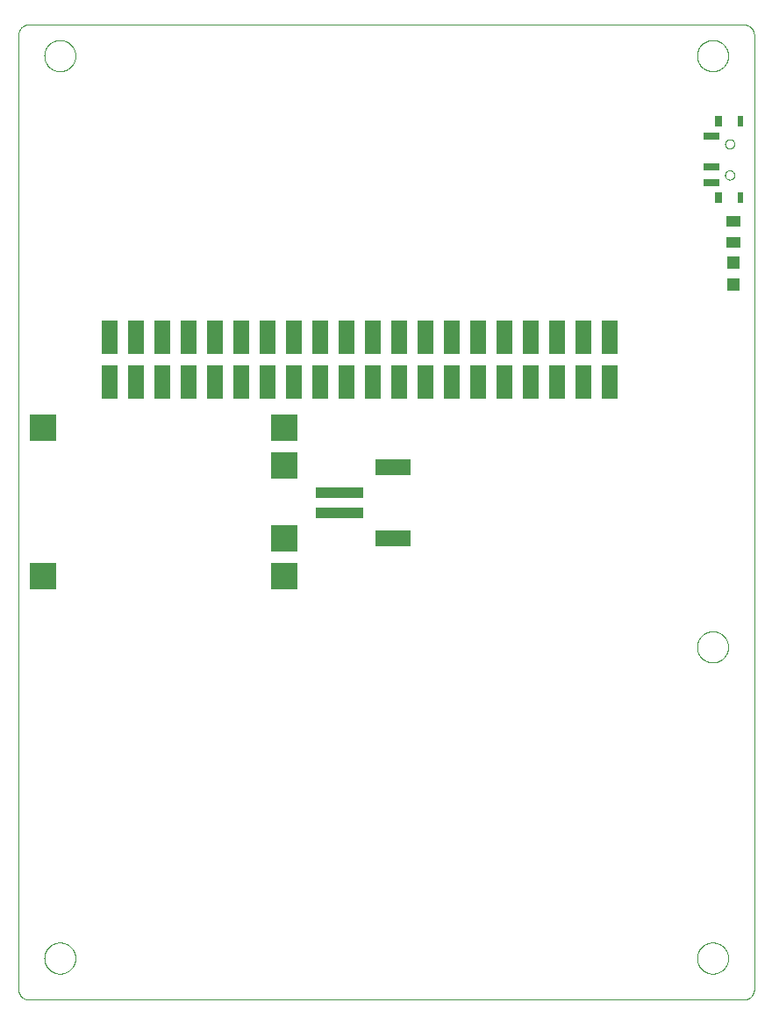
<source format=gbp>
G75*
%MOIN*%
%OFA0B0*%
%FSLAX25Y25*%
%IPPOS*%
%LPD*%
%AMOC8*
5,1,8,0,0,1.08239X$1,22.5*
%
%ADD10C,0.00000*%
%ADD11R,0.06000X0.13000*%
%ADD12R,0.10000X0.10000*%
%ADD13R,0.05512X0.04331*%
%ADD14R,0.04724X0.04724*%
%ADD15R,0.05906X0.02756*%
%ADD16R,0.02362X0.03937*%
%ADD17R,0.03150X0.03937*%
%ADD18R,0.18110X0.03937*%
%ADD19R,0.13386X0.06299*%
D10*
X0003248Y0006189D02*
X0003248Y0368394D01*
X0003250Y0368518D01*
X0003256Y0368641D01*
X0003265Y0368765D01*
X0003279Y0368887D01*
X0003296Y0369010D01*
X0003318Y0369132D01*
X0003343Y0369253D01*
X0003372Y0369373D01*
X0003404Y0369492D01*
X0003441Y0369611D01*
X0003481Y0369728D01*
X0003524Y0369843D01*
X0003572Y0369958D01*
X0003623Y0370070D01*
X0003677Y0370181D01*
X0003735Y0370291D01*
X0003796Y0370398D01*
X0003861Y0370504D01*
X0003929Y0370607D01*
X0004000Y0370708D01*
X0004074Y0370807D01*
X0004151Y0370904D01*
X0004232Y0370998D01*
X0004315Y0371089D01*
X0004401Y0371178D01*
X0004490Y0371264D01*
X0004581Y0371347D01*
X0004675Y0371428D01*
X0004772Y0371505D01*
X0004871Y0371579D01*
X0004972Y0371650D01*
X0005075Y0371718D01*
X0005181Y0371783D01*
X0005288Y0371844D01*
X0005398Y0371902D01*
X0005509Y0371956D01*
X0005621Y0372007D01*
X0005736Y0372055D01*
X0005851Y0372098D01*
X0005968Y0372138D01*
X0006087Y0372175D01*
X0006206Y0372207D01*
X0006326Y0372236D01*
X0006447Y0372261D01*
X0006569Y0372283D01*
X0006692Y0372300D01*
X0006814Y0372314D01*
X0006938Y0372323D01*
X0007061Y0372329D01*
X0007185Y0372331D01*
X0278839Y0372331D01*
X0278963Y0372329D01*
X0279086Y0372323D01*
X0279210Y0372314D01*
X0279332Y0372300D01*
X0279455Y0372283D01*
X0279577Y0372261D01*
X0279698Y0372236D01*
X0279818Y0372207D01*
X0279937Y0372175D01*
X0280056Y0372138D01*
X0280173Y0372098D01*
X0280288Y0372055D01*
X0280403Y0372007D01*
X0280515Y0371956D01*
X0280626Y0371902D01*
X0280736Y0371844D01*
X0280843Y0371783D01*
X0280949Y0371718D01*
X0281052Y0371650D01*
X0281153Y0371579D01*
X0281252Y0371505D01*
X0281349Y0371428D01*
X0281443Y0371347D01*
X0281534Y0371264D01*
X0281623Y0371178D01*
X0281709Y0371089D01*
X0281792Y0370998D01*
X0281873Y0370904D01*
X0281950Y0370807D01*
X0282024Y0370708D01*
X0282095Y0370607D01*
X0282163Y0370504D01*
X0282228Y0370398D01*
X0282289Y0370291D01*
X0282347Y0370181D01*
X0282401Y0370070D01*
X0282452Y0369958D01*
X0282500Y0369843D01*
X0282543Y0369728D01*
X0282583Y0369611D01*
X0282620Y0369492D01*
X0282652Y0369373D01*
X0282681Y0369253D01*
X0282706Y0369132D01*
X0282728Y0369010D01*
X0282745Y0368887D01*
X0282759Y0368765D01*
X0282768Y0368641D01*
X0282774Y0368518D01*
X0282776Y0368394D01*
X0282776Y0006189D01*
X0282774Y0006065D01*
X0282768Y0005942D01*
X0282759Y0005818D01*
X0282745Y0005696D01*
X0282728Y0005573D01*
X0282706Y0005451D01*
X0282681Y0005330D01*
X0282652Y0005210D01*
X0282620Y0005091D01*
X0282583Y0004972D01*
X0282543Y0004855D01*
X0282500Y0004740D01*
X0282452Y0004625D01*
X0282401Y0004513D01*
X0282347Y0004402D01*
X0282289Y0004292D01*
X0282228Y0004185D01*
X0282163Y0004079D01*
X0282095Y0003976D01*
X0282024Y0003875D01*
X0281950Y0003776D01*
X0281873Y0003679D01*
X0281792Y0003585D01*
X0281709Y0003494D01*
X0281623Y0003405D01*
X0281534Y0003319D01*
X0281443Y0003236D01*
X0281349Y0003155D01*
X0281252Y0003078D01*
X0281153Y0003004D01*
X0281052Y0002933D01*
X0280949Y0002865D01*
X0280843Y0002800D01*
X0280736Y0002739D01*
X0280626Y0002681D01*
X0280515Y0002627D01*
X0280403Y0002576D01*
X0280288Y0002528D01*
X0280173Y0002485D01*
X0280056Y0002445D01*
X0279937Y0002408D01*
X0279818Y0002376D01*
X0279698Y0002347D01*
X0279577Y0002322D01*
X0279455Y0002300D01*
X0279332Y0002283D01*
X0279210Y0002269D01*
X0279086Y0002260D01*
X0278963Y0002254D01*
X0278839Y0002252D01*
X0007185Y0002252D01*
X0007061Y0002254D01*
X0006938Y0002260D01*
X0006814Y0002269D01*
X0006692Y0002283D01*
X0006569Y0002300D01*
X0006447Y0002322D01*
X0006326Y0002347D01*
X0006206Y0002376D01*
X0006087Y0002408D01*
X0005968Y0002445D01*
X0005851Y0002485D01*
X0005736Y0002528D01*
X0005621Y0002576D01*
X0005509Y0002627D01*
X0005398Y0002681D01*
X0005288Y0002739D01*
X0005181Y0002800D01*
X0005075Y0002865D01*
X0004972Y0002933D01*
X0004871Y0003004D01*
X0004772Y0003078D01*
X0004675Y0003155D01*
X0004581Y0003236D01*
X0004490Y0003319D01*
X0004401Y0003405D01*
X0004315Y0003494D01*
X0004232Y0003585D01*
X0004151Y0003679D01*
X0004074Y0003776D01*
X0004000Y0003875D01*
X0003929Y0003976D01*
X0003861Y0004079D01*
X0003796Y0004185D01*
X0003735Y0004292D01*
X0003677Y0004402D01*
X0003623Y0004513D01*
X0003572Y0004625D01*
X0003524Y0004740D01*
X0003481Y0004855D01*
X0003441Y0004972D01*
X0003404Y0005091D01*
X0003372Y0005210D01*
X0003343Y0005330D01*
X0003318Y0005451D01*
X0003296Y0005573D01*
X0003279Y0005696D01*
X0003265Y0005818D01*
X0003256Y0005942D01*
X0003250Y0006065D01*
X0003248Y0006189D01*
X0013090Y0018000D02*
X0013092Y0018153D01*
X0013098Y0018307D01*
X0013108Y0018460D01*
X0013122Y0018612D01*
X0013140Y0018765D01*
X0013162Y0018916D01*
X0013187Y0019067D01*
X0013217Y0019218D01*
X0013251Y0019368D01*
X0013288Y0019516D01*
X0013329Y0019664D01*
X0013374Y0019810D01*
X0013423Y0019956D01*
X0013476Y0020100D01*
X0013532Y0020242D01*
X0013592Y0020383D01*
X0013656Y0020523D01*
X0013723Y0020661D01*
X0013794Y0020797D01*
X0013869Y0020931D01*
X0013946Y0021063D01*
X0014028Y0021193D01*
X0014112Y0021321D01*
X0014200Y0021447D01*
X0014291Y0021570D01*
X0014385Y0021691D01*
X0014483Y0021809D01*
X0014583Y0021925D01*
X0014687Y0022038D01*
X0014793Y0022149D01*
X0014902Y0022257D01*
X0015014Y0022362D01*
X0015128Y0022463D01*
X0015246Y0022562D01*
X0015365Y0022658D01*
X0015487Y0022751D01*
X0015612Y0022840D01*
X0015739Y0022927D01*
X0015868Y0023009D01*
X0015999Y0023089D01*
X0016132Y0023165D01*
X0016267Y0023238D01*
X0016404Y0023307D01*
X0016543Y0023372D01*
X0016683Y0023434D01*
X0016825Y0023492D01*
X0016968Y0023547D01*
X0017113Y0023598D01*
X0017259Y0023645D01*
X0017406Y0023688D01*
X0017554Y0023727D01*
X0017703Y0023763D01*
X0017853Y0023794D01*
X0018004Y0023822D01*
X0018155Y0023846D01*
X0018308Y0023866D01*
X0018460Y0023882D01*
X0018613Y0023894D01*
X0018766Y0023902D01*
X0018919Y0023906D01*
X0019073Y0023906D01*
X0019226Y0023902D01*
X0019379Y0023894D01*
X0019532Y0023882D01*
X0019684Y0023866D01*
X0019837Y0023846D01*
X0019988Y0023822D01*
X0020139Y0023794D01*
X0020289Y0023763D01*
X0020438Y0023727D01*
X0020586Y0023688D01*
X0020733Y0023645D01*
X0020879Y0023598D01*
X0021024Y0023547D01*
X0021167Y0023492D01*
X0021309Y0023434D01*
X0021449Y0023372D01*
X0021588Y0023307D01*
X0021725Y0023238D01*
X0021860Y0023165D01*
X0021993Y0023089D01*
X0022124Y0023009D01*
X0022253Y0022927D01*
X0022380Y0022840D01*
X0022505Y0022751D01*
X0022627Y0022658D01*
X0022746Y0022562D01*
X0022864Y0022463D01*
X0022978Y0022362D01*
X0023090Y0022257D01*
X0023199Y0022149D01*
X0023305Y0022038D01*
X0023409Y0021925D01*
X0023509Y0021809D01*
X0023607Y0021691D01*
X0023701Y0021570D01*
X0023792Y0021447D01*
X0023880Y0021321D01*
X0023964Y0021193D01*
X0024046Y0021063D01*
X0024123Y0020931D01*
X0024198Y0020797D01*
X0024269Y0020661D01*
X0024336Y0020523D01*
X0024400Y0020383D01*
X0024460Y0020242D01*
X0024516Y0020100D01*
X0024569Y0019956D01*
X0024618Y0019810D01*
X0024663Y0019664D01*
X0024704Y0019516D01*
X0024741Y0019368D01*
X0024775Y0019218D01*
X0024805Y0019067D01*
X0024830Y0018916D01*
X0024852Y0018765D01*
X0024870Y0018612D01*
X0024884Y0018460D01*
X0024894Y0018307D01*
X0024900Y0018153D01*
X0024902Y0018000D01*
X0024900Y0017847D01*
X0024894Y0017693D01*
X0024884Y0017540D01*
X0024870Y0017388D01*
X0024852Y0017235D01*
X0024830Y0017084D01*
X0024805Y0016933D01*
X0024775Y0016782D01*
X0024741Y0016632D01*
X0024704Y0016484D01*
X0024663Y0016336D01*
X0024618Y0016190D01*
X0024569Y0016044D01*
X0024516Y0015900D01*
X0024460Y0015758D01*
X0024400Y0015617D01*
X0024336Y0015477D01*
X0024269Y0015339D01*
X0024198Y0015203D01*
X0024123Y0015069D01*
X0024046Y0014937D01*
X0023964Y0014807D01*
X0023880Y0014679D01*
X0023792Y0014553D01*
X0023701Y0014430D01*
X0023607Y0014309D01*
X0023509Y0014191D01*
X0023409Y0014075D01*
X0023305Y0013962D01*
X0023199Y0013851D01*
X0023090Y0013743D01*
X0022978Y0013638D01*
X0022864Y0013537D01*
X0022746Y0013438D01*
X0022627Y0013342D01*
X0022505Y0013249D01*
X0022380Y0013160D01*
X0022253Y0013073D01*
X0022124Y0012991D01*
X0021993Y0012911D01*
X0021860Y0012835D01*
X0021725Y0012762D01*
X0021588Y0012693D01*
X0021449Y0012628D01*
X0021309Y0012566D01*
X0021167Y0012508D01*
X0021024Y0012453D01*
X0020879Y0012402D01*
X0020733Y0012355D01*
X0020586Y0012312D01*
X0020438Y0012273D01*
X0020289Y0012237D01*
X0020139Y0012206D01*
X0019988Y0012178D01*
X0019837Y0012154D01*
X0019684Y0012134D01*
X0019532Y0012118D01*
X0019379Y0012106D01*
X0019226Y0012098D01*
X0019073Y0012094D01*
X0018919Y0012094D01*
X0018766Y0012098D01*
X0018613Y0012106D01*
X0018460Y0012118D01*
X0018308Y0012134D01*
X0018155Y0012154D01*
X0018004Y0012178D01*
X0017853Y0012206D01*
X0017703Y0012237D01*
X0017554Y0012273D01*
X0017406Y0012312D01*
X0017259Y0012355D01*
X0017113Y0012402D01*
X0016968Y0012453D01*
X0016825Y0012508D01*
X0016683Y0012566D01*
X0016543Y0012628D01*
X0016404Y0012693D01*
X0016267Y0012762D01*
X0016132Y0012835D01*
X0015999Y0012911D01*
X0015868Y0012991D01*
X0015739Y0013073D01*
X0015612Y0013160D01*
X0015487Y0013249D01*
X0015365Y0013342D01*
X0015246Y0013438D01*
X0015128Y0013537D01*
X0015014Y0013638D01*
X0014902Y0013743D01*
X0014793Y0013851D01*
X0014687Y0013962D01*
X0014583Y0014075D01*
X0014483Y0014191D01*
X0014385Y0014309D01*
X0014291Y0014430D01*
X0014200Y0014553D01*
X0014112Y0014679D01*
X0014028Y0014807D01*
X0013946Y0014937D01*
X0013869Y0015069D01*
X0013794Y0015203D01*
X0013723Y0015339D01*
X0013656Y0015477D01*
X0013592Y0015617D01*
X0013532Y0015758D01*
X0013476Y0015900D01*
X0013423Y0016044D01*
X0013374Y0016190D01*
X0013329Y0016336D01*
X0013288Y0016484D01*
X0013251Y0016632D01*
X0013217Y0016782D01*
X0013187Y0016933D01*
X0013162Y0017084D01*
X0013140Y0017235D01*
X0013122Y0017388D01*
X0013108Y0017540D01*
X0013098Y0017693D01*
X0013092Y0017847D01*
X0013090Y0018000D01*
X0261122Y0018000D02*
X0261124Y0018153D01*
X0261130Y0018307D01*
X0261140Y0018460D01*
X0261154Y0018612D01*
X0261172Y0018765D01*
X0261194Y0018916D01*
X0261219Y0019067D01*
X0261249Y0019218D01*
X0261283Y0019368D01*
X0261320Y0019516D01*
X0261361Y0019664D01*
X0261406Y0019810D01*
X0261455Y0019956D01*
X0261508Y0020100D01*
X0261564Y0020242D01*
X0261624Y0020383D01*
X0261688Y0020523D01*
X0261755Y0020661D01*
X0261826Y0020797D01*
X0261901Y0020931D01*
X0261978Y0021063D01*
X0262060Y0021193D01*
X0262144Y0021321D01*
X0262232Y0021447D01*
X0262323Y0021570D01*
X0262417Y0021691D01*
X0262515Y0021809D01*
X0262615Y0021925D01*
X0262719Y0022038D01*
X0262825Y0022149D01*
X0262934Y0022257D01*
X0263046Y0022362D01*
X0263160Y0022463D01*
X0263278Y0022562D01*
X0263397Y0022658D01*
X0263519Y0022751D01*
X0263644Y0022840D01*
X0263771Y0022927D01*
X0263900Y0023009D01*
X0264031Y0023089D01*
X0264164Y0023165D01*
X0264299Y0023238D01*
X0264436Y0023307D01*
X0264575Y0023372D01*
X0264715Y0023434D01*
X0264857Y0023492D01*
X0265000Y0023547D01*
X0265145Y0023598D01*
X0265291Y0023645D01*
X0265438Y0023688D01*
X0265586Y0023727D01*
X0265735Y0023763D01*
X0265885Y0023794D01*
X0266036Y0023822D01*
X0266187Y0023846D01*
X0266340Y0023866D01*
X0266492Y0023882D01*
X0266645Y0023894D01*
X0266798Y0023902D01*
X0266951Y0023906D01*
X0267105Y0023906D01*
X0267258Y0023902D01*
X0267411Y0023894D01*
X0267564Y0023882D01*
X0267716Y0023866D01*
X0267869Y0023846D01*
X0268020Y0023822D01*
X0268171Y0023794D01*
X0268321Y0023763D01*
X0268470Y0023727D01*
X0268618Y0023688D01*
X0268765Y0023645D01*
X0268911Y0023598D01*
X0269056Y0023547D01*
X0269199Y0023492D01*
X0269341Y0023434D01*
X0269481Y0023372D01*
X0269620Y0023307D01*
X0269757Y0023238D01*
X0269892Y0023165D01*
X0270025Y0023089D01*
X0270156Y0023009D01*
X0270285Y0022927D01*
X0270412Y0022840D01*
X0270537Y0022751D01*
X0270659Y0022658D01*
X0270778Y0022562D01*
X0270896Y0022463D01*
X0271010Y0022362D01*
X0271122Y0022257D01*
X0271231Y0022149D01*
X0271337Y0022038D01*
X0271441Y0021925D01*
X0271541Y0021809D01*
X0271639Y0021691D01*
X0271733Y0021570D01*
X0271824Y0021447D01*
X0271912Y0021321D01*
X0271996Y0021193D01*
X0272078Y0021063D01*
X0272155Y0020931D01*
X0272230Y0020797D01*
X0272301Y0020661D01*
X0272368Y0020523D01*
X0272432Y0020383D01*
X0272492Y0020242D01*
X0272548Y0020100D01*
X0272601Y0019956D01*
X0272650Y0019810D01*
X0272695Y0019664D01*
X0272736Y0019516D01*
X0272773Y0019368D01*
X0272807Y0019218D01*
X0272837Y0019067D01*
X0272862Y0018916D01*
X0272884Y0018765D01*
X0272902Y0018612D01*
X0272916Y0018460D01*
X0272926Y0018307D01*
X0272932Y0018153D01*
X0272934Y0018000D01*
X0272932Y0017847D01*
X0272926Y0017693D01*
X0272916Y0017540D01*
X0272902Y0017388D01*
X0272884Y0017235D01*
X0272862Y0017084D01*
X0272837Y0016933D01*
X0272807Y0016782D01*
X0272773Y0016632D01*
X0272736Y0016484D01*
X0272695Y0016336D01*
X0272650Y0016190D01*
X0272601Y0016044D01*
X0272548Y0015900D01*
X0272492Y0015758D01*
X0272432Y0015617D01*
X0272368Y0015477D01*
X0272301Y0015339D01*
X0272230Y0015203D01*
X0272155Y0015069D01*
X0272078Y0014937D01*
X0271996Y0014807D01*
X0271912Y0014679D01*
X0271824Y0014553D01*
X0271733Y0014430D01*
X0271639Y0014309D01*
X0271541Y0014191D01*
X0271441Y0014075D01*
X0271337Y0013962D01*
X0271231Y0013851D01*
X0271122Y0013743D01*
X0271010Y0013638D01*
X0270896Y0013537D01*
X0270778Y0013438D01*
X0270659Y0013342D01*
X0270537Y0013249D01*
X0270412Y0013160D01*
X0270285Y0013073D01*
X0270156Y0012991D01*
X0270025Y0012911D01*
X0269892Y0012835D01*
X0269757Y0012762D01*
X0269620Y0012693D01*
X0269481Y0012628D01*
X0269341Y0012566D01*
X0269199Y0012508D01*
X0269056Y0012453D01*
X0268911Y0012402D01*
X0268765Y0012355D01*
X0268618Y0012312D01*
X0268470Y0012273D01*
X0268321Y0012237D01*
X0268171Y0012206D01*
X0268020Y0012178D01*
X0267869Y0012154D01*
X0267716Y0012134D01*
X0267564Y0012118D01*
X0267411Y0012106D01*
X0267258Y0012098D01*
X0267105Y0012094D01*
X0266951Y0012094D01*
X0266798Y0012098D01*
X0266645Y0012106D01*
X0266492Y0012118D01*
X0266340Y0012134D01*
X0266187Y0012154D01*
X0266036Y0012178D01*
X0265885Y0012206D01*
X0265735Y0012237D01*
X0265586Y0012273D01*
X0265438Y0012312D01*
X0265291Y0012355D01*
X0265145Y0012402D01*
X0265000Y0012453D01*
X0264857Y0012508D01*
X0264715Y0012566D01*
X0264575Y0012628D01*
X0264436Y0012693D01*
X0264299Y0012762D01*
X0264164Y0012835D01*
X0264031Y0012911D01*
X0263900Y0012991D01*
X0263771Y0013073D01*
X0263644Y0013160D01*
X0263519Y0013249D01*
X0263397Y0013342D01*
X0263278Y0013438D01*
X0263160Y0013537D01*
X0263046Y0013638D01*
X0262934Y0013743D01*
X0262825Y0013851D01*
X0262719Y0013962D01*
X0262615Y0014075D01*
X0262515Y0014191D01*
X0262417Y0014309D01*
X0262323Y0014430D01*
X0262232Y0014553D01*
X0262144Y0014679D01*
X0262060Y0014807D01*
X0261978Y0014937D01*
X0261901Y0015069D01*
X0261826Y0015203D01*
X0261755Y0015339D01*
X0261688Y0015477D01*
X0261624Y0015617D01*
X0261564Y0015758D01*
X0261508Y0015900D01*
X0261455Y0016044D01*
X0261406Y0016190D01*
X0261361Y0016336D01*
X0261320Y0016484D01*
X0261283Y0016632D01*
X0261249Y0016782D01*
X0261219Y0016933D01*
X0261194Y0017084D01*
X0261172Y0017235D01*
X0261154Y0017388D01*
X0261140Y0017540D01*
X0261130Y0017693D01*
X0261124Y0017847D01*
X0261122Y0018000D01*
X0261122Y0136110D02*
X0261124Y0136263D01*
X0261130Y0136417D01*
X0261140Y0136570D01*
X0261154Y0136722D01*
X0261172Y0136875D01*
X0261194Y0137026D01*
X0261219Y0137177D01*
X0261249Y0137328D01*
X0261283Y0137478D01*
X0261320Y0137626D01*
X0261361Y0137774D01*
X0261406Y0137920D01*
X0261455Y0138066D01*
X0261508Y0138210D01*
X0261564Y0138352D01*
X0261624Y0138493D01*
X0261688Y0138633D01*
X0261755Y0138771D01*
X0261826Y0138907D01*
X0261901Y0139041D01*
X0261978Y0139173D01*
X0262060Y0139303D01*
X0262144Y0139431D01*
X0262232Y0139557D01*
X0262323Y0139680D01*
X0262417Y0139801D01*
X0262515Y0139919D01*
X0262615Y0140035D01*
X0262719Y0140148D01*
X0262825Y0140259D01*
X0262934Y0140367D01*
X0263046Y0140472D01*
X0263160Y0140573D01*
X0263278Y0140672D01*
X0263397Y0140768D01*
X0263519Y0140861D01*
X0263644Y0140950D01*
X0263771Y0141037D01*
X0263900Y0141119D01*
X0264031Y0141199D01*
X0264164Y0141275D01*
X0264299Y0141348D01*
X0264436Y0141417D01*
X0264575Y0141482D01*
X0264715Y0141544D01*
X0264857Y0141602D01*
X0265000Y0141657D01*
X0265145Y0141708D01*
X0265291Y0141755D01*
X0265438Y0141798D01*
X0265586Y0141837D01*
X0265735Y0141873D01*
X0265885Y0141904D01*
X0266036Y0141932D01*
X0266187Y0141956D01*
X0266340Y0141976D01*
X0266492Y0141992D01*
X0266645Y0142004D01*
X0266798Y0142012D01*
X0266951Y0142016D01*
X0267105Y0142016D01*
X0267258Y0142012D01*
X0267411Y0142004D01*
X0267564Y0141992D01*
X0267716Y0141976D01*
X0267869Y0141956D01*
X0268020Y0141932D01*
X0268171Y0141904D01*
X0268321Y0141873D01*
X0268470Y0141837D01*
X0268618Y0141798D01*
X0268765Y0141755D01*
X0268911Y0141708D01*
X0269056Y0141657D01*
X0269199Y0141602D01*
X0269341Y0141544D01*
X0269481Y0141482D01*
X0269620Y0141417D01*
X0269757Y0141348D01*
X0269892Y0141275D01*
X0270025Y0141199D01*
X0270156Y0141119D01*
X0270285Y0141037D01*
X0270412Y0140950D01*
X0270537Y0140861D01*
X0270659Y0140768D01*
X0270778Y0140672D01*
X0270896Y0140573D01*
X0271010Y0140472D01*
X0271122Y0140367D01*
X0271231Y0140259D01*
X0271337Y0140148D01*
X0271441Y0140035D01*
X0271541Y0139919D01*
X0271639Y0139801D01*
X0271733Y0139680D01*
X0271824Y0139557D01*
X0271912Y0139431D01*
X0271996Y0139303D01*
X0272078Y0139173D01*
X0272155Y0139041D01*
X0272230Y0138907D01*
X0272301Y0138771D01*
X0272368Y0138633D01*
X0272432Y0138493D01*
X0272492Y0138352D01*
X0272548Y0138210D01*
X0272601Y0138066D01*
X0272650Y0137920D01*
X0272695Y0137774D01*
X0272736Y0137626D01*
X0272773Y0137478D01*
X0272807Y0137328D01*
X0272837Y0137177D01*
X0272862Y0137026D01*
X0272884Y0136875D01*
X0272902Y0136722D01*
X0272916Y0136570D01*
X0272926Y0136417D01*
X0272932Y0136263D01*
X0272934Y0136110D01*
X0272932Y0135957D01*
X0272926Y0135803D01*
X0272916Y0135650D01*
X0272902Y0135498D01*
X0272884Y0135345D01*
X0272862Y0135194D01*
X0272837Y0135043D01*
X0272807Y0134892D01*
X0272773Y0134742D01*
X0272736Y0134594D01*
X0272695Y0134446D01*
X0272650Y0134300D01*
X0272601Y0134154D01*
X0272548Y0134010D01*
X0272492Y0133868D01*
X0272432Y0133727D01*
X0272368Y0133587D01*
X0272301Y0133449D01*
X0272230Y0133313D01*
X0272155Y0133179D01*
X0272078Y0133047D01*
X0271996Y0132917D01*
X0271912Y0132789D01*
X0271824Y0132663D01*
X0271733Y0132540D01*
X0271639Y0132419D01*
X0271541Y0132301D01*
X0271441Y0132185D01*
X0271337Y0132072D01*
X0271231Y0131961D01*
X0271122Y0131853D01*
X0271010Y0131748D01*
X0270896Y0131647D01*
X0270778Y0131548D01*
X0270659Y0131452D01*
X0270537Y0131359D01*
X0270412Y0131270D01*
X0270285Y0131183D01*
X0270156Y0131101D01*
X0270025Y0131021D01*
X0269892Y0130945D01*
X0269757Y0130872D01*
X0269620Y0130803D01*
X0269481Y0130738D01*
X0269341Y0130676D01*
X0269199Y0130618D01*
X0269056Y0130563D01*
X0268911Y0130512D01*
X0268765Y0130465D01*
X0268618Y0130422D01*
X0268470Y0130383D01*
X0268321Y0130347D01*
X0268171Y0130316D01*
X0268020Y0130288D01*
X0267869Y0130264D01*
X0267716Y0130244D01*
X0267564Y0130228D01*
X0267411Y0130216D01*
X0267258Y0130208D01*
X0267105Y0130204D01*
X0266951Y0130204D01*
X0266798Y0130208D01*
X0266645Y0130216D01*
X0266492Y0130228D01*
X0266340Y0130244D01*
X0266187Y0130264D01*
X0266036Y0130288D01*
X0265885Y0130316D01*
X0265735Y0130347D01*
X0265586Y0130383D01*
X0265438Y0130422D01*
X0265291Y0130465D01*
X0265145Y0130512D01*
X0265000Y0130563D01*
X0264857Y0130618D01*
X0264715Y0130676D01*
X0264575Y0130738D01*
X0264436Y0130803D01*
X0264299Y0130872D01*
X0264164Y0130945D01*
X0264031Y0131021D01*
X0263900Y0131101D01*
X0263771Y0131183D01*
X0263644Y0131270D01*
X0263519Y0131359D01*
X0263397Y0131452D01*
X0263278Y0131548D01*
X0263160Y0131647D01*
X0263046Y0131748D01*
X0262934Y0131853D01*
X0262825Y0131961D01*
X0262719Y0132072D01*
X0262615Y0132185D01*
X0262515Y0132301D01*
X0262417Y0132419D01*
X0262323Y0132540D01*
X0262232Y0132663D01*
X0262144Y0132789D01*
X0262060Y0132917D01*
X0261978Y0133047D01*
X0261901Y0133179D01*
X0261826Y0133313D01*
X0261755Y0133449D01*
X0261688Y0133587D01*
X0261624Y0133727D01*
X0261564Y0133868D01*
X0261508Y0134010D01*
X0261455Y0134154D01*
X0261406Y0134300D01*
X0261361Y0134446D01*
X0261320Y0134594D01*
X0261283Y0134742D01*
X0261249Y0134892D01*
X0261219Y0135043D01*
X0261194Y0135194D01*
X0261172Y0135345D01*
X0261154Y0135498D01*
X0261140Y0135650D01*
X0261130Y0135803D01*
X0261124Y0135957D01*
X0261122Y0136110D01*
X0271752Y0315244D02*
X0271754Y0315328D01*
X0271760Y0315411D01*
X0271770Y0315494D01*
X0271784Y0315577D01*
X0271801Y0315659D01*
X0271823Y0315740D01*
X0271848Y0315819D01*
X0271877Y0315898D01*
X0271910Y0315975D01*
X0271946Y0316050D01*
X0271986Y0316124D01*
X0272029Y0316196D01*
X0272076Y0316265D01*
X0272126Y0316332D01*
X0272179Y0316397D01*
X0272235Y0316459D01*
X0272293Y0316519D01*
X0272355Y0316576D01*
X0272419Y0316629D01*
X0272486Y0316680D01*
X0272555Y0316727D01*
X0272626Y0316772D01*
X0272699Y0316812D01*
X0272774Y0316849D01*
X0272851Y0316883D01*
X0272929Y0316913D01*
X0273008Y0316939D01*
X0273089Y0316962D01*
X0273171Y0316980D01*
X0273253Y0316995D01*
X0273336Y0317006D01*
X0273419Y0317013D01*
X0273503Y0317016D01*
X0273587Y0317015D01*
X0273670Y0317010D01*
X0273754Y0317001D01*
X0273836Y0316988D01*
X0273918Y0316972D01*
X0273999Y0316951D01*
X0274080Y0316927D01*
X0274158Y0316899D01*
X0274236Y0316867D01*
X0274312Y0316831D01*
X0274386Y0316792D01*
X0274458Y0316750D01*
X0274528Y0316704D01*
X0274596Y0316655D01*
X0274661Y0316603D01*
X0274724Y0316548D01*
X0274784Y0316490D01*
X0274842Y0316429D01*
X0274896Y0316365D01*
X0274948Y0316299D01*
X0274996Y0316231D01*
X0275041Y0316160D01*
X0275082Y0316087D01*
X0275121Y0316013D01*
X0275155Y0315937D01*
X0275186Y0315859D01*
X0275213Y0315780D01*
X0275237Y0315699D01*
X0275256Y0315618D01*
X0275272Y0315536D01*
X0275284Y0315453D01*
X0275292Y0315369D01*
X0275296Y0315286D01*
X0275296Y0315202D01*
X0275292Y0315119D01*
X0275284Y0315035D01*
X0275272Y0314952D01*
X0275256Y0314870D01*
X0275237Y0314789D01*
X0275213Y0314708D01*
X0275186Y0314629D01*
X0275155Y0314551D01*
X0275121Y0314475D01*
X0275082Y0314401D01*
X0275041Y0314328D01*
X0274996Y0314257D01*
X0274948Y0314189D01*
X0274896Y0314123D01*
X0274842Y0314059D01*
X0274784Y0313998D01*
X0274724Y0313940D01*
X0274661Y0313885D01*
X0274596Y0313833D01*
X0274528Y0313784D01*
X0274458Y0313738D01*
X0274386Y0313696D01*
X0274312Y0313657D01*
X0274236Y0313621D01*
X0274158Y0313589D01*
X0274080Y0313561D01*
X0273999Y0313537D01*
X0273918Y0313516D01*
X0273836Y0313500D01*
X0273754Y0313487D01*
X0273670Y0313478D01*
X0273587Y0313473D01*
X0273503Y0313472D01*
X0273419Y0313475D01*
X0273336Y0313482D01*
X0273253Y0313493D01*
X0273171Y0313508D01*
X0273089Y0313526D01*
X0273008Y0313549D01*
X0272929Y0313575D01*
X0272851Y0313605D01*
X0272774Y0313639D01*
X0272699Y0313676D01*
X0272626Y0313716D01*
X0272555Y0313761D01*
X0272486Y0313808D01*
X0272419Y0313859D01*
X0272355Y0313912D01*
X0272293Y0313969D01*
X0272235Y0314029D01*
X0272179Y0314091D01*
X0272126Y0314156D01*
X0272076Y0314223D01*
X0272029Y0314292D01*
X0271986Y0314364D01*
X0271946Y0314438D01*
X0271910Y0314513D01*
X0271877Y0314590D01*
X0271848Y0314669D01*
X0271823Y0314748D01*
X0271801Y0314829D01*
X0271784Y0314911D01*
X0271770Y0314994D01*
X0271760Y0315077D01*
X0271754Y0315160D01*
X0271752Y0315244D01*
X0271752Y0327055D02*
X0271754Y0327139D01*
X0271760Y0327222D01*
X0271770Y0327305D01*
X0271784Y0327388D01*
X0271801Y0327470D01*
X0271823Y0327551D01*
X0271848Y0327630D01*
X0271877Y0327709D01*
X0271910Y0327786D01*
X0271946Y0327861D01*
X0271986Y0327935D01*
X0272029Y0328007D01*
X0272076Y0328076D01*
X0272126Y0328143D01*
X0272179Y0328208D01*
X0272235Y0328270D01*
X0272293Y0328330D01*
X0272355Y0328387D01*
X0272419Y0328440D01*
X0272486Y0328491D01*
X0272555Y0328538D01*
X0272626Y0328583D01*
X0272699Y0328623D01*
X0272774Y0328660D01*
X0272851Y0328694D01*
X0272929Y0328724D01*
X0273008Y0328750D01*
X0273089Y0328773D01*
X0273171Y0328791D01*
X0273253Y0328806D01*
X0273336Y0328817D01*
X0273419Y0328824D01*
X0273503Y0328827D01*
X0273587Y0328826D01*
X0273670Y0328821D01*
X0273754Y0328812D01*
X0273836Y0328799D01*
X0273918Y0328783D01*
X0273999Y0328762D01*
X0274080Y0328738D01*
X0274158Y0328710D01*
X0274236Y0328678D01*
X0274312Y0328642D01*
X0274386Y0328603D01*
X0274458Y0328561D01*
X0274528Y0328515D01*
X0274596Y0328466D01*
X0274661Y0328414D01*
X0274724Y0328359D01*
X0274784Y0328301D01*
X0274842Y0328240D01*
X0274896Y0328176D01*
X0274948Y0328110D01*
X0274996Y0328042D01*
X0275041Y0327971D01*
X0275082Y0327898D01*
X0275121Y0327824D01*
X0275155Y0327748D01*
X0275186Y0327670D01*
X0275213Y0327591D01*
X0275237Y0327510D01*
X0275256Y0327429D01*
X0275272Y0327347D01*
X0275284Y0327264D01*
X0275292Y0327180D01*
X0275296Y0327097D01*
X0275296Y0327013D01*
X0275292Y0326930D01*
X0275284Y0326846D01*
X0275272Y0326763D01*
X0275256Y0326681D01*
X0275237Y0326600D01*
X0275213Y0326519D01*
X0275186Y0326440D01*
X0275155Y0326362D01*
X0275121Y0326286D01*
X0275082Y0326212D01*
X0275041Y0326139D01*
X0274996Y0326068D01*
X0274948Y0326000D01*
X0274896Y0325934D01*
X0274842Y0325870D01*
X0274784Y0325809D01*
X0274724Y0325751D01*
X0274661Y0325696D01*
X0274596Y0325644D01*
X0274528Y0325595D01*
X0274458Y0325549D01*
X0274386Y0325507D01*
X0274312Y0325468D01*
X0274236Y0325432D01*
X0274158Y0325400D01*
X0274080Y0325372D01*
X0273999Y0325348D01*
X0273918Y0325327D01*
X0273836Y0325311D01*
X0273754Y0325298D01*
X0273670Y0325289D01*
X0273587Y0325284D01*
X0273503Y0325283D01*
X0273419Y0325286D01*
X0273336Y0325293D01*
X0273253Y0325304D01*
X0273171Y0325319D01*
X0273089Y0325337D01*
X0273008Y0325360D01*
X0272929Y0325386D01*
X0272851Y0325416D01*
X0272774Y0325450D01*
X0272699Y0325487D01*
X0272626Y0325527D01*
X0272555Y0325572D01*
X0272486Y0325619D01*
X0272419Y0325670D01*
X0272355Y0325723D01*
X0272293Y0325780D01*
X0272235Y0325840D01*
X0272179Y0325902D01*
X0272126Y0325967D01*
X0272076Y0326034D01*
X0272029Y0326103D01*
X0271986Y0326175D01*
X0271946Y0326249D01*
X0271910Y0326324D01*
X0271877Y0326401D01*
X0271848Y0326480D01*
X0271823Y0326559D01*
X0271801Y0326640D01*
X0271784Y0326722D01*
X0271770Y0326805D01*
X0271760Y0326888D01*
X0271754Y0326971D01*
X0271752Y0327055D01*
X0261122Y0360520D02*
X0261124Y0360673D01*
X0261130Y0360827D01*
X0261140Y0360980D01*
X0261154Y0361132D01*
X0261172Y0361285D01*
X0261194Y0361436D01*
X0261219Y0361587D01*
X0261249Y0361738D01*
X0261283Y0361888D01*
X0261320Y0362036D01*
X0261361Y0362184D01*
X0261406Y0362330D01*
X0261455Y0362476D01*
X0261508Y0362620D01*
X0261564Y0362762D01*
X0261624Y0362903D01*
X0261688Y0363043D01*
X0261755Y0363181D01*
X0261826Y0363317D01*
X0261901Y0363451D01*
X0261978Y0363583D01*
X0262060Y0363713D01*
X0262144Y0363841D01*
X0262232Y0363967D01*
X0262323Y0364090D01*
X0262417Y0364211D01*
X0262515Y0364329D01*
X0262615Y0364445D01*
X0262719Y0364558D01*
X0262825Y0364669D01*
X0262934Y0364777D01*
X0263046Y0364882D01*
X0263160Y0364983D01*
X0263278Y0365082D01*
X0263397Y0365178D01*
X0263519Y0365271D01*
X0263644Y0365360D01*
X0263771Y0365447D01*
X0263900Y0365529D01*
X0264031Y0365609D01*
X0264164Y0365685D01*
X0264299Y0365758D01*
X0264436Y0365827D01*
X0264575Y0365892D01*
X0264715Y0365954D01*
X0264857Y0366012D01*
X0265000Y0366067D01*
X0265145Y0366118D01*
X0265291Y0366165D01*
X0265438Y0366208D01*
X0265586Y0366247D01*
X0265735Y0366283D01*
X0265885Y0366314D01*
X0266036Y0366342D01*
X0266187Y0366366D01*
X0266340Y0366386D01*
X0266492Y0366402D01*
X0266645Y0366414D01*
X0266798Y0366422D01*
X0266951Y0366426D01*
X0267105Y0366426D01*
X0267258Y0366422D01*
X0267411Y0366414D01*
X0267564Y0366402D01*
X0267716Y0366386D01*
X0267869Y0366366D01*
X0268020Y0366342D01*
X0268171Y0366314D01*
X0268321Y0366283D01*
X0268470Y0366247D01*
X0268618Y0366208D01*
X0268765Y0366165D01*
X0268911Y0366118D01*
X0269056Y0366067D01*
X0269199Y0366012D01*
X0269341Y0365954D01*
X0269481Y0365892D01*
X0269620Y0365827D01*
X0269757Y0365758D01*
X0269892Y0365685D01*
X0270025Y0365609D01*
X0270156Y0365529D01*
X0270285Y0365447D01*
X0270412Y0365360D01*
X0270537Y0365271D01*
X0270659Y0365178D01*
X0270778Y0365082D01*
X0270896Y0364983D01*
X0271010Y0364882D01*
X0271122Y0364777D01*
X0271231Y0364669D01*
X0271337Y0364558D01*
X0271441Y0364445D01*
X0271541Y0364329D01*
X0271639Y0364211D01*
X0271733Y0364090D01*
X0271824Y0363967D01*
X0271912Y0363841D01*
X0271996Y0363713D01*
X0272078Y0363583D01*
X0272155Y0363451D01*
X0272230Y0363317D01*
X0272301Y0363181D01*
X0272368Y0363043D01*
X0272432Y0362903D01*
X0272492Y0362762D01*
X0272548Y0362620D01*
X0272601Y0362476D01*
X0272650Y0362330D01*
X0272695Y0362184D01*
X0272736Y0362036D01*
X0272773Y0361888D01*
X0272807Y0361738D01*
X0272837Y0361587D01*
X0272862Y0361436D01*
X0272884Y0361285D01*
X0272902Y0361132D01*
X0272916Y0360980D01*
X0272926Y0360827D01*
X0272932Y0360673D01*
X0272934Y0360520D01*
X0272932Y0360367D01*
X0272926Y0360213D01*
X0272916Y0360060D01*
X0272902Y0359908D01*
X0272884Y0359755D01*
X0272862Y0359604D01*
X0272837Y0359453D01*
X0272807Y0359302D01*
X0272773Y0359152D01*
X0272736Y0359004D01*
X0272695Y0358856D01*
X0272650Y0358710D01*
X0272601Y0358564D01*
X0272548Y0358420D01*
X0272492Y0358278D01*
X0272432Y0358137D01*
X0272368Y0357997D01*
X0272301Y0357859D01*
X0272230Y0357723D01*
X0272155Y0357589D01*
X0272078Y0357457D01*
X0271996Y0357327D01*
X0271912Y0357199D01*
X0271824Y0357073D01*
X0271733Y0356950D01*
X0271639Y0356829D01*
X0271541Y0356711D01*
X0271441Y0356595D01*
X0271337Y0356482D01*
X0271231Y0356371D01*
X0271122Y0356263D01*
X0271010Y0356158D01*
X0270896Y0356057D01*
X0270778Y0355958D01*
X0270659Y0355862D01*
X0270537Y0355769D01*
X0270412Y0355680D01*
X0270285Y0355593D01*
X0270156Y0355511D01*
X0270025Y0355431D01*
X0269892Y0355355D01*
X0269757Y0355282D01*
X0269620Y0355213D01*
X0269481Y0355148D01*
X0269341Y0355086D01*
X0269199Y0355028D01*
X0269056Y0354973D01*
X0268911Y0354922D01*
X0268765Y0354875D01*
X0268618Y0354832D01*
X0268470Y0354793D01*
X0268321Y0354757D01*
X0268171Y0354726D01*
X0268020Y0354698D01*
X0267869Y0354674D01*
X0267716Y0354654D01*
X0267564Y0354638D01*
X0267411Y0354626D01*
X0267258Y0354618D01*
X0267105Y0354614D01*
X0266951Y0354614D01*
X0266798Y0354618D01*
X0266645Y0354626D01*
X0266492Y0354638D01*
X0266340Y0354654D01*
X0266187Y0354674D01*
X0266036Y0354698D01*
X0265885Y0354726D01*
X0265735Y0354757D01*
X0265586Y0354793D01*
X0265438Y0354832D01*
X0265291Y0354875D01*
X0265145Y0354922D01*
X0265000Y0354973D01*
X0264857Y0355028D01*
X0264715Y0355086D01*
X0264575Y0355148D01*
X0264436Y0355213D01*
X0264299Y0355282D01*
X0264164Y0355355D01*
X0264031Y0355431D01*
X0263900Y0355511D01*
X0263771Y0355593D01*
X0263644Y0355680D01*
X0263519Y0355769D01*
X0263397Y0355862D01*
X0263278Y0355958D01*
X0263160Y0356057D01*
X0263046Y0356158D01*
X0262934Y0356263D01*
X0262825Y0356371D01*
X0262719Y0356482D01*
X0262615Y0356595D01*
X0262515Y0356711D01*
X0262417Y0356829D01*
X0262323Y0356950D01*
X0262232Y0357073D01*
X0262144Y0357199D01*
X0262060Y0357327D01*
X0261978Y0357457D01*
X0261901Y0357589D01*
X0261826Y0357723D01*
X0261755Y0357859D01*
X0261688Y0357997D01*
X0261624Y0358137D01*
X0261564Y0358278D01*
X0261508Y0358420D01*
X0261455Y0358564D01*
X0261406Y0358710D01*
X0261361Y0358856D01*
X0261320Y0359004D01*
X0261283Y0359152D01*
X0261249Y0359302D01*
X0261219Y0359453D01*
X0261194Y0359604D01*
X0261172Y0359755D01*
X0261154Y0359908D01*
X0261140Y0360060D01*
X0261130Y0360213D01*
X0261124Y0360367D01*
X0261122Y0360520D01*
X0013090Y0360520D02*
X0013092Y0360673D01*
X0013098Y0360827D01*
X0013108Y0360980D01*
X0013122Y0361132D01*
X0013140Y0361285D01*
X0013162Y0361436D01*
X0013187Y0361587D01*
X0013217Y0361738D01*
X0013251Y0361888D01*
X0013288Y0362036D01*
X0013329Y0362184D01*
X0013374Y0362330D01*
X0013423Y0362476D01*
X0013476Y0362620D01*
X0013532Y0362762D01*
X0013592Y0362903D01*
X0013656Y0363043D01*
X0013723Y0363181D01*
X0013794Y0363317D01*
X0013869Y0363451D01*
X0013946Y0363583D01*
X0014028Y0363713D01*
X0014112Y0363841D01*
X0014200Y0363967D01*
X0014291Y0364090D01*
X0014385Y0364211D01*
X0014483Y0364329D01*
X0014583Y0364445D01*
X0014687Y0364558D01*
X0014793Y0364669D01*
X0014902Y0364777D01*
X0015014Y0364882D01*
X0015128Y0364983D01*
X0015246Y0365082D01*
X0015365Y0365178D01*
X0015487Y0365271D01*
X0015612Y0365360D01*
X0015739Y0365447D01*
X0015868Y0365529D01*
X0015999Y0365609D01*
X0016132Y0365685D01*
X0016267Y0365758D01*
X0016404Y0365827D01*
X0016543Y0365892D01*
X0016683Y0365954D01*
X0016825Y0366012D01*
X0016968Y0366067D01*
X0017113Y0366118D01*
X0017259Y0366165D01*
X0017406Y0366208D01*
X0017554Y0366247D01*
X0017703Y0366283D01*
X0017853Y0366314D01*
X0018004Y0366342D01*
X0018155Y0366366D01*
X0018308Y0366386D01*
X0018460Y0366402D01*
X0018613Y0366414D01*
X0018766Y0366422D01*
X0018919Y0366426D01*
X0019073Y0366426D01*
X0019226Y0366422D01*
X0019379Y0366414D01*
X0019532Y0366402D01*
X0019684Y0366386D01*
X0019837Y0366366D01*
X0019988Y0366342D01*
X0020139Y0366314D01*
X0020289Y0366283D01*
X0020438Y0366247D01*
X0020586Y0366208D01*
X0020733Y0366165D01*
X0020879Y0366118D01*
X0021024Y0366067D01*
X0021167Y0366012D01*
X0021309Y0365954D01*
X0021449Y0365892D01*
X0021588Y0365827D01*
X0021725Y0365758D01*
X0021860Y0365685D01*
X0021993Y0365609D01*
X0022124Y0365529D01*
X0022253Y0365447D01*
X0022380Y0365360D01*
X0022505Y0365271D01*
X0022627Y0365178D01*
X0022746Y0365082D01*
X0022864Y0364983D01*
X0022978Y0364882D01*
X0023090Y0364777D01*
X0023199Y0364669D01*
X0023305Y0364558D01*
X0023409Y0364445D01*
X0023509Y0364329D01*
X0023607Y0364211D01*
X0023701Y0364090D01*
X0023792Y0363967D01*
X0023880Y0363841D01*
X0023964Y0363713D01*
X0024046Y0363583D01*
X0024123Y0363451D01*
X0024198Y0363317D01*
X0024269Y0363181D01*
X0024336Y0363043D01*
X0024400Y0362903D01*
X0024460Y0362762D01*
X0024516Y0362620D01*
X0024569Y0362476D01*
X0024618Y0362330D01*
X0024663Y0362184D01*
X0024704Y0362036D01*
X0024741Y0361888D01*
X0024775Y0361738D01*
X0024805Y0361587D01*
X0024830Y0361436D01*
X0024852Y0361285D01*
X0024870Y0361132D01*
X0024884Y0360980D01*
X0024894Y0360827D01*
X0024900Y0360673D01*
X0024902Y0360520D01*
X0024900Y0360367D01*
X0024894Y0360213D01*
X0024884Y0360060D01*
X0024870Y0359908D01*
X0024852Y0359755D01*
X0024830Y0359604D01*
X0024805Y0359453D01*
X0024775Y0359302D01*
X0024741Y0359152D01*
X0024704Y0359004D01*
X0024663Y0358856D01*
X0024618Y0358710D01*
X0024569Y0358564D01*
X0024516Y0358420D01*
X0024460Y0358278D01*
X0024400Y0358137D01*
X0024336Y0357997D01*
X0024269Y0357859D01*
X0024198Y0357723D01*
X0024123Y0357589D01*
X0024046Y0357457D01*
X0023964Y0357327D01*
X0023880Y0357199D01*
X0023792Y0357073D01*
X0023701Y0356950D01*
X0023607Y0356829D01*
X0023509Y0356711D01*
X0023409Y0356595D01*
X0023305Y0356482D01*
X0023199Y0356371D01*
X0023090Y0356263D01*
X0022978Y0356158D01*
X0022864Y0356057D01*
X0022746Y0355958D01*
X0022627Y0355862D01*
X0022505Y0355769D01*
X0022380Y0355680D01*
X0022253Y0355593D01*
X0022124Y0355511D01*
X0021993Y0355431D01*
X0021860Y0355355D01*
X0021725Y0355282D01*
X0021588Y0355213D01*
X0021449Y0355148D01*
X0021309Y0355086D01*
X0021167Y0355028D01*
X0021024Y0354973D01*
X0020879Y0354922D01*
X0020733Y0354875D01*
X0020586Y0354832D01*
X0020438Y0354793D01*
X0020289Y0354757D01*
X0020139Y0354726D01*
X0019988Y0354698D01*
X0019837Y0354674D01*
X0019684Y0354654D01*
X0019532Y0354638D01*
X0019379Y0354626D01*
X0019226Y0354618D01*
X0019073Y0354614D01*
X0018919Y0354614D01*
X0018766Y0354618D01*
X0018613Y0354626D01*
X0018460Y0354638D01*
X0018308Y0354654D01*
X0018155Y0354674D01*
X0018004Y0354698D01*
X0017853Y0354726D01*
X0017703Y0354757D01*
X0017554Y0354793D01*
X0017406Y0354832D01*
X0017259Y0354875D01*
X0017113Y0354922D01*
X0016968Y0354973D01*
X0016825Y0355028D01*
X0016683Y0355086D01*
X0016543Y0355148D01*
X0016404Y0355213D01*
X0016267Y0355282D01*
X0016132Y0355355D01*
X0015999Y0355431D01*
X0015868Y0355511D01*
X0015739Y0355593D01*
X0015612Y0355680D01*
X0015487Y0355769D01*
X0015365Y0355862D01*
X0015246Y0355958D01*
X0015128Y0356057D01*
X0015014Y0356158D01*
X0014902Y0356263D01*
X0014793Y0356371D01*
X0014687Y0356482D01*
X0014583Y0356595D01*
X0014483Y0356711D01*
X0014385Y0356829D01*
X0014291Y0356950D01*
X0014200Y0357073D01*
X0014112Y0357199D01*
X0014028Y0357327D01*
X0013946Y0357457D01*
X0013869Y0357589D01*
X0013794Y0357723D01*
X0013723Y0357859D01*
X0013656Y0357997D01*
X0013592Y0358137D01*
X0013532Y0358278D01*
X0013476Y0358420D01*
X0013423Y0358564D01*
X0013374Y0358710D01*
X0013329Y0358856D01*
X0013288Y0359004D01*
X0013251Y0359152D01*
X0013217Y0359302D01*
X0013187Y0359453D01*
X0013162Y0359604D01*
X0013140Y0359755D01*
X0013122Y0359908D01*
X0013108Y0360060D01*
X0013098Y0360213D01*
X0013092Y0360367D01*
X0013090Y0360520D01*
D11*
X0038000Y0253772D03*
X0048000Y0253772D03*
X0058000Y0253772D03*
X0068000Y0253772D03*
X0078000Y0253772D03*
X0088000Y0253772D03*
X0098000Y0253772D03*
X0108000Y0253772D03*
X0118000Y0253772D03*
X0128000Y0253772D03*
X0138000Y0253772D03*
X0148000Y0253772D03*
X0158000Y0253772D03*
X0168000Y0253772D03*
X0178000Y0253772D03*
X0188000Y0253772D03*
X0198000Y0253772D03*
X0208000Y0253772D03*
X0218000Y0253772D03*
X0228000Y0253772D03*
X0228000Y0236772D03*
X0218000Y0236772D03*
X0208000Y0236772D03*
X0198000Y0236772D03*
X0188000Y0236772D03*
X0178000Y0236772D03*
X0168000Y0236772D03*
X0158000Y0236772D03*
X0148000Y0236772D03*
X0138000Y0236772D03*
X0128000Y0236772D03*
X0118000Y0236772D03*
X0108000Y0236772D03*
X0098000Y0236772D03*
X0088000Y0236772D03*
X0078000Y0236772D03*
X0068000Y0236772D03*
X0058000Y0236772D03*
X0048000Y0236772D03*
X0038000Y0236772D03*
D12*
X0012500Y0219378D03*
X0012500Y0163079D03*
X0104232Y0163079D03*
X0104232Y0177449D03*
X0104232Y0205008D03*
X0104232Y0219378D03*
D13*
X0274902Y0289654D03*
X0274902Y0297528D03*
D14*
X0274902Y0281976D03*
X0274902Y0273709D03*
D15*
X0266634Y0312291D03*
X0266634Y0318197D03*
X0266634Y0330008D03*
D16*
X0277461Y0335520D03*
X0277461Y0306780D03*
D17*
X0269193Y0306780D03*
X0269193Y0335520D03*
D18*
X0125114Y0194780D03*
X0125114Y0186906D03*
D19*
X0145587Y0177457D03*
X0145587Y0204228D03*
M02*

</source>
